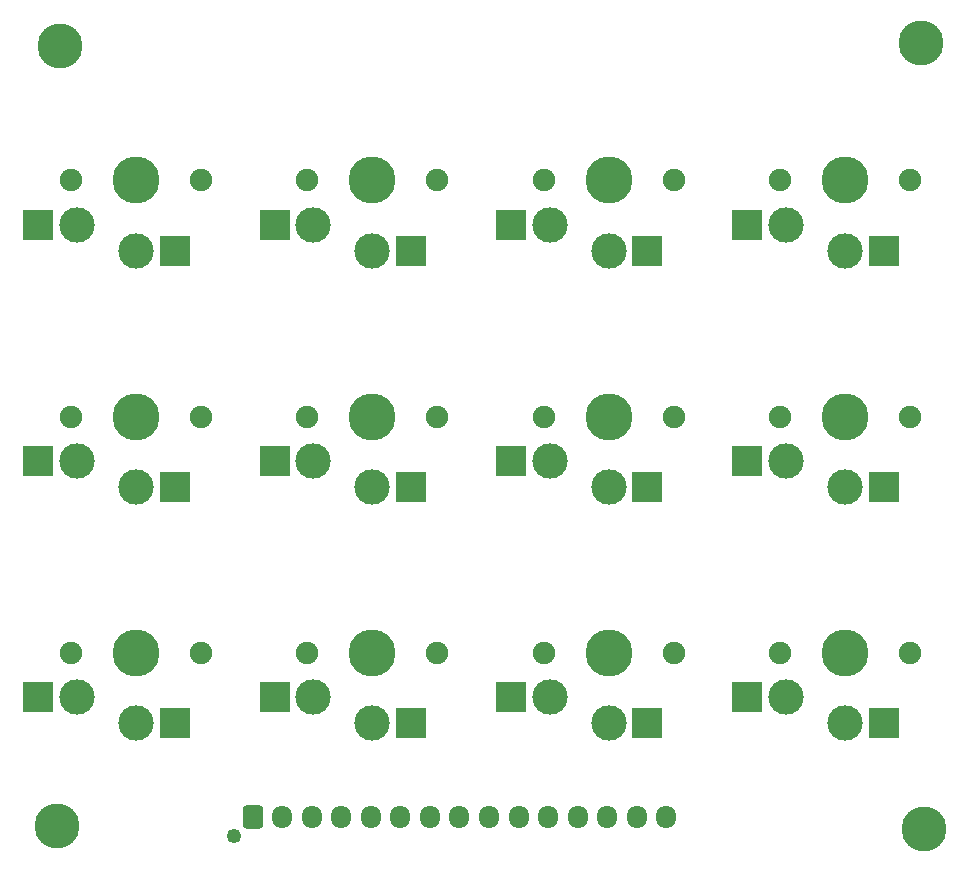
<source format=gbr>
%TF.GenerationSoftware,KiCad,Pcbnew,8.0.1*%
%TF.CreationDate,2024-09-23T21:29:01+02:00*%
%TF.ProjectId,Macro keyboard,4d616372-6f20-46b6-9579-626f6172642e,rev?*%
%TF.SameCoordinates,Original*%
%TF.FileFunction,Soldermask,Bot*%
%TF.FilePolarity,Negative*%
%FSLAX46Y46*%
G04 Gerber Fmt 4.6, Leading zero omitted, Abs format (unit mm)*
G04 Created by KiCad (PCBNEW 8.0.1) date 2024-09-23 21:29:01*
%MOMM*%
%LPD*%
G01*
G04 APERTURE LIST*
G04 Aperture macros list*
%AMRoundRect*
0 Rectangle with rounded corners*
0 $1 Rounding radius*
0 $2 $3 $4 $5 $6 $7 $8 $9 X,Y pos of 4 corners*
0 Add a 4 corners polygon primitive as box body*
4,1,4,$2,$3,$4,$5,$6,$7,$8,$9,$2,$3,0*
0 Add four circle primitives for the rounded corners*
1,1,$1+$1,$2,$3*
1,1,$1+$1,$4,$5*
1,1,$1+$1,$6,$7*
1,1,$1+$1,$8,$9*
0 Add four rect primitives between the rounded corners*
20,1,$1+$1,$2,$3,$4,$5,0*
20,1,$1+$1,$4,$5,$6,$7,0*
20,1,$1+$1,$6,$7,$8,$9,0*
20,1,$1+$1,$8,$9,$2,$3,0*%
G04 Aperture macros list end*
%ADD10C,2.600000*%
%ADD11C,3.800000*%
%ADD12C,1.250000*%
%ADD13RoundRect,0.250000X-0.600000X-0.725000X0.600000X-0.725000X0.600000X0.725000X-0.600000X0.725000X0*%
%ADD14O,1.700000X1.950000*%
%ADD15C,1.900000*%
%ADD16C,3.000000*%
%ADD17C,3.987800*%
%ADD18R,2.600000X2.600000*%
G04 APERTURE END LIST*
D10*
%TO.C,REF\u002A\u002A*%
X264160000Y-37592000D03*
D11*
X264160000Y-37592000D03*
%TD*%
D10*
%TO.C,REF\u002A\u002A*%
X191262000Y-37846000D03*
D11*
X191262000Y-37846000D03*
%TD*%
D10*
%TO.C,REF\u002A\u002A*%
X191008000Y-103886000D03*
D11*
X191008000Y-103886000D03*
%TD*%
D12*
%TO.C,J1*%
X206024000Y-104724000D03*
D13*
X207624000Y-103124000D03*
D14*
X210124000Y-103124000D03*
X212624000Y-103124000D03*
X215124000Y-103124000D03*
X217624000Y-103124000D03*
X220124000Y-103124000D03*
X222624000Y-103124000D03*
X225124000Y-103124000D03*
X227624000Y-103124000D03*
X230124000Y-103124000D03*
X232624000Y-103124000D03*
X235124000Y-103124000D03*
X237624000Y-103124000D03*
X240124000Y-103124000D03*
X242624000Y-103124000D03*
%TD*%
D10*
%TO.C,REF\u002A\u002A*%
X264414000Y-104140000D03*
D11*
X264414000Y-104140000D03*
%TD*%
D15*
%TO.C,J6*%
X223250000Y-69250000D03*
D16*
X217750000Y-75200000D03*
D17*
X217750000Y-69250000D03*
D16*
X212750000Y-73000000D03*
D15*
X212250000Y-69250000D03*
D18*
X221025000Y-75200000D03*
X209475000Y-73000000D03*
%TD*%
D15*
%TO.C,J12*%
X263250000Y-69250000D03*
D16*
X257750000Y-75200000D03*
D17*
X257750000Y-69250000D03*
D16*
X252750000Y-73000000D03*
D15*
X252250000Y-69250000D03*
D18*
X261025000Y-75200000D03*
X249475000Y-73000000D03*
%TD*%
D15*
%TO.C,J8*%
X243250000Y-49250000D03*
D16*
X237750000Y-55200000D03*
D17*
X237750000Y-49250000D03*
D16*
X232750000Y-53000000D03*
D15*
X232250000Y-49250000D03*
D18*
X241025000Y-55200000D03*
X229475000Y-53000000D03*
%TD*%
D15*
%TO.C,J2*%
X203250000Y-49250000D03*
D16*
X197750000Y-55200000D03*
D17*
X197750000Y-49250000D03*
D16*
X192750000Y-53000000D03*
D15*
X192250000Y-49250000D03*
D18*
X201025000Y-55200000D03*
X189475000Y-53000000D03*
%TD*%
D15*
%TO.C,J11*%
X263250000Y-49250000D03*
D16*
X257750000Y-55200000D03*
D17*
X257750000Y-49250000D03*
D16*
X252750000Y-53000000D03*
D15*
X252250000Y-49250000D03*
D18*
X261025000Y-55200000D03*
X249475000Y-53000000D03*
%TD*%
D15*
%TO.C,J5*%
X223250000Y-49250000D03*
D16*
X217750000Y-55200000D03*
D17*
X217750000Y-49250000D03*
D16*
X212750000Y-53000000D03*
D15*
X212250000Y-49250000D03*
D18*
X221025000Y-55200000D03*
X209475000Y-53000000D03*
%TD*%
D15*
%TO.C,J4*%
X203250000Y-89250000D03*
D16*
X197750000Y-95200000D03*
D17*
X197750000Y-89250000D03*
D16*
X192750000Y-93000000D03*
D15*
X192250000Y-89250000D03*
D18*
X201025000Y-95200000D03*
X189475000Y-93000000D03*
%TD*%
D15*
%TO.C,J13*%
X263250000Y-89250000D03*
D16*
X257750000Y-95200000D03*
D17*
X257750000Y-89250000D03*
D16*
X252750000Y-93000000D03*
D15*
X252250000Y-89250000D03*
D18*
X261025000Y-95200000D03*
X249475000Y-93000000D03*
%TD*%
D15*
%TO.C,J3*%
X203250000Y-69250000D03*
D16*
X197750000Y-75200000D03*
D17*
X197750000Y-69250000D03*
D16*
X192750000Y-73000000D03*
D15*
X192250000Y-69250000D03*
D18*
X201025000Y-75200000D03*
X189475000Y-73000000D03*
%TD*%
D15*
%TO.C,J10*%
X243250000Y-89250000D03*
D16*
X237750000Y-95200000D03*
D17*
X237750000Y-89250000D03*
D16*
X232750000Y-93000000D03*
D15*
X232250000Y-89250000D03*
D18*
X241025000Y-95200000D03*
X229475000Y-93000000D03*
%TD*%
D15*
%TO.C,J9*%
X243250000Y-69250000D03*
D16*
X237750000Y-75200000D03*
D17*
X237750000Y-69250000D03*
D16*
X232750000Y-73000000D03*
D15*
X232250000Y-69250000D03*
D18*
X241025000Y-75200000D03*
X229475000Y-73000000D03*
%TD*%
D15*
%TO.C,J7*%
X223250000Y-89250000D03*
D16*
X217750000Y-95200000D03*
D17*
X217750000Y-89250000D03*
D16*
X212750000Y-93000000D03*
D15*
X212250000Y-89250000D03*
D18*
X221025000Y-95200000D03*
X209475000Y-93000000D03*
%TD*%
M02*

</source>
